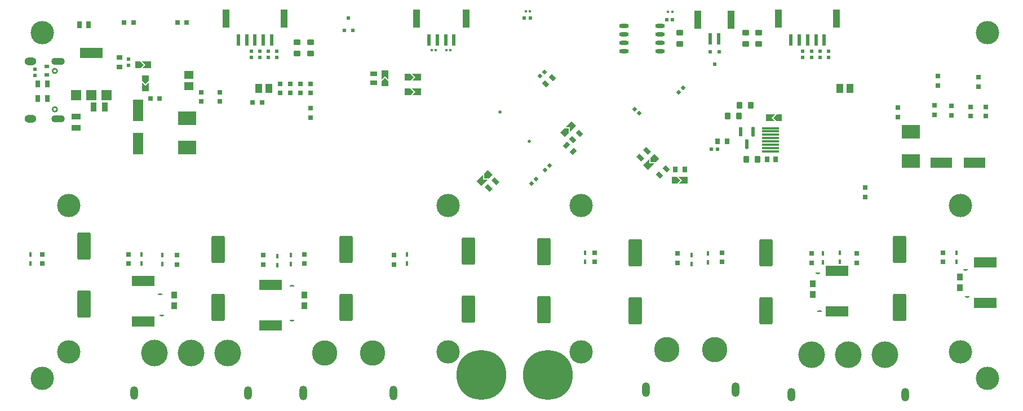
<source format=gbl>
G04*
G04 #@! TF.GenerationSoftware,Altium Limited,Altium Designer,24.0.1 (36)*
G04*
G04 Layer_Physical_Order=2*
G04 Layer_Color=16711680*
%FSLAX44Y44*%
%MOMM*%
G71*
G04*
G04 #@! TF.SameCoordinates,B4139D88-366C-407F-81F0-E15026D8F30D*
G04*
G04*
G04 #@! TF.FilePolarity,Positive*
G04*
G01*
G75*
%ADD11C,0.2540*%
G04:AMPARAMS|DCode=25|XSize=1mm|YSize=0.9mm|CornerRadius=0.1125mm|HoleSize=0mm|Usage=FLASHONLY|Rotation=270.000|XOffset=0mm|YOffset=0mm|HoleType=Round|Shape=RoundedRectangle|*
%AMROUNDEDRECTD25*
21,1,1.0000,0.6750,0,0,270.0*
21,1,0.7750,0.9000,0,0,270.0*
1,1,0.2250,-0.3375,-0.3875*
1,1,0.2250,-0.3375,0.3875*
1,1,0.2250,0.3375,0.3875*
1,1,0.2250,0.3375,-0.3875*
%
%ADD25ROUNDEDRECTD25*%
G04:AMPARAMS|DCode=27|XSize=0.58mm|YSize=0.58mm|CornerRadius=0.1508mm|HoleSize=0mm|Usage=FLASHONLY|Rotation=270.000|XOffset=0mm|YOffset=0mm|HoleType=Round|Shape=RoundedRectangle|*
%AMROUNDEDRECTD27*
21,1,0.5800,0.2784,0,0,270.0*
21,1,0.2784,0.5800,0,0,270.0*
1,1,0.3016,-0.1392,-0.1392*
1,1,0.3016,-0.1392,0.1392*
1,1,0.3016,0.1392,0.1392*
1,1,0.3016,0.1392,-0.1392*
%
%ADD27ROUNDEDRECTD27*%
%ADD28R,0.7000X0.8500*%
%ADD58R,0.6000X1.7000*%
%ADD59R,1.0000X2.8000*%
%ADD65R,0.7620X0.7620*%
G04:AMPARAMS|DCode=67|XSize=0.56mm|YSize=0.51mm|CornerRadius=0mm|HoleSize=0mm|Usage=FLASHONLY|Rotation=45.000|XOffset=0mm|YOffset=0mm|HoleType=Round|Shape=Rectangle|*
%AMROTATEDRECTD67*
4,1,4,-0.0177,-0.3783,-0.3783,-0.0177,0.0177,0.3783,0.3783,0.0177,-0.0177,-0.3783,0.0*
%
%ADD67ROTATEDRECTD67*%

G04:AMPARAMS|DCode=68|XSize=0.89mm|YSize=0.64mm|CornerRadius=0mm|HoleSize=0mm|Usage=FLASHONLY|Rotation=135.000|XOffset=0mm|YOffset=0mm|HoleType=Round|Shape=Rectangle|*
%AMROTATEDRECTD68*
4,1,4,0.5409,-0.0884,0.0884,-0.5409,-0.5409,0.0884,-0.0884,0.5409,0.5409,-0.0884,0.0*
%
%ADD68ROTATEDRECTD68*%

%ADD69R,0.7620X0.7620*%
%ADD70R,1.0000X0.6400*%
G04:AMPARAMS|DCode=71|XSize=1mm|YSize=0.9mm|CornerRadius=0.1125mm|HoleSize=0mm|Usage=FLASHONLY|Rotation=180.000|XOffset=0mm|YOffset=0mm|HoleType=Round|Shape=RoundedRectangle|*
%AMROUNDEDRECTD71*
21,1,1.0000,0.6750,0,0,180.0*
21,1,0.7750,0.9000,0,0,180.0*
1,1,0.2250,-0.3875,0.3375*
1,1,0.2250,0.3875,0.3375*
1,1,0.2250,0.3875,-0.3375*
1,1,0.2250,-0.3875,-0.3375*
%
%ADD71ROUNDEDRECTD71*%
G04:AMPARAMS|DCode=72|XSize=0.56mm|YSize=0.51mm|CornerRadius=0mm|HoleSize=0mm|Usage=FLASHONLY|Rotation=135.000|XOffset=0mm|YOffset=0mm|HoleType=Round|Shape=Rectangle|*
%AMROTATEDRECTD72*
4,1,4,0.3783,-0.0177,0.0177,-0.3783,-0.3783,0.0177,-0.0177,0.3783,0.3783,-0.0177,0.0*
%
%ADD72ROTATEDRECTD72*%

%ADD74R,0.6400X0.8900*%
%ADD75R,0.5100X0.5600*%
%ADD76O,1.4500X0.6000*%
%ADD77R,0.8900X0.6400*%
%ADD130R,0.6000X0.5500*%
%ADD158C,3.8000*%
%ADD159O,1.2000X2.2000*%
%ADD160C,7.5000*%
%ADD161C,0.5000*%
%ADD162O,1.2000X2.0000*%
%ADD163C,4.0000*%
%ADD164O,1.8000X1.2000*%
%ADD165O,2.0000X1.1000*%
%ADD166C,0.7000*%
%ADD167C,3.5000*%
%ADD168R,0.9000X1.4000*%
%ADD169R,1.4500X1.2500*%
G04:AMPARAMS|DCode=170|XSize=2mm|YSize=4.1mm|CornerRadius=0.25mm|HoleSize=0mm|Usage=FLASHONLY|Rotation=180.000|XOffset=0mm|YOffset=0mm|HoleType=Round|Shape=RoundedRectangle|*
%AMROUNDEDRECTD170*
21,1,2.0000,3.6000,0,0,180.0*
21,1,1.5000,4.1000,0,0,180.0*
1,1,0.5000,-0.7500,1.8000*
1,1,0.5000,0.7500,1.8000*
1,1,0.5000,0.7500,-1.8000*
1,1,0.5000,-0.7500,-1.8000*
%
%ADD170ROUNDEDRECTD170*%
%ADD171R,1.1000X1.4000*%
%ADD172R,1.6000X3.2000*%
%ADD173R,0.9500X1.0000*%
%ADD174R,2.7430X2.1590*%
%ADD175R,0.3000X0.6500*%
%ADD176R,0.2540X0.2540*%
G04:AMPARAMS|DCode=177|XSize=1.4741mm|YSize=0.5849mm|CornerRadius=0.2925mm|HoleSize=0mm|Usage=FLASHONLY|Rotation=270.000|XOffset=0mm|YOffset=0mm|HoleType=Round|Shape=RoundedRectangle|*
%AMROUNDEDRECTD177*
21,1,1.4741,0.0000,0,0,270.0*
21,1,0.8892,0.5849,0,0,270.0*
1,1,0.5849,0.0000,-0.4446*
1,1,0.5849,0.0000,0.4446*
1,1,0.5849,0.0000,0.4446*
1,1,0.5849,0.0000,-0.4446*
%
%ADD177ROUNDEDRECTD177*%
%ADD178R,0.5849X1.4741*%
%ADD179R,3.5000X1.5000*%
G04:AMPARAMS|DCode=180|XSize=1mm|YSize=0.64mm|CornerRadius=0mm|HoleSize=0mm|Usage=FLASHONLY|Rotation=135.000|XOffset=0mm|YOffset=0mm|HoleType=Round|Shape=Rectangle|*
%AMROTATEDRECTD180*
4,1,4,0.5798,-0.1273,0.1273,-0.5798,-0.5798,0.1273,-0.1273,0.5798,0.5798,-0.1273,0.0*
%
%ADD180ROTATEDRECTD180*%

%ADD181C,0.2540*%
%ADD182R,3.5000X1.6500*%
%ADD183R,1.5000X1.6500*%
%ADD184R,0.8000X0.5500*%
%ADD185R,2.6000X0.3000*%
%ADD186R,0.4250X0.3300*%
%ADD187R,0.6400X1.0000*%
%ADD188R,3.2000X1.6000*%
G04:AMPARAMS|DCode=189|XSize=0.89mm|YSize=0.64mm|CornerRadius=0mm|HoleSize=0mm|Usage=FLASHONLY|Rotation=45.000|XOffset=0mm|YOffset=0mm|HoleType=Round|Shape=Rectangle|*
%AMROTATEDRECTD189*
4,1,4,-0.0884,-0.5409,-0.5409,-0.0884,0.0884,0.5409,0.5409,0.0884,-0.0884,-0.5409,0.0*
%
%ADD189ROTATEDRECTD189*%

%ADD190R,0.5600X0.5100*%
%ADD191R,1.4000X0.9000*%
G36*
X203770Y506810D02*
X190270D01*
X195270Y511810D01*
X190270Y516810D01*
X203770D01*
X203770Y506810D01*
D02*
G37*
G36*
X192770Y511810D02*
X187770Y506810D01*
X179770D01*
X179770Y516810D01*
X187770D01*
X192770Y511810D01*
D02*
G37*
G36*
X559990Y489990D02*
X554990Y494990D01*
X549990Y489990D01*
Y503490D01*
X559990D01*
Y489990D01*
D02*
G37*
G36*
X609170Y487760D02*
X595670D01*
X600670Y492760D01*
X595670Y497760D01*
X609170D01*
Y487760D01*
D02*
G37*
G36*
X598170Y492760D02*
X593170Y487760D01*
X585170D01*
Y497760D01*
X593170D01*
X598170Y492760D01*
D02*
G37*
G36*
X200580Y487870D02*
X195580Y482870D01*
X190580Y487870D01*
Y495870D01*
X200580D01*
Y487870D01*
D02*
G37*
G36*
X200580Y471870D02*
X190580D01*
Y485370D01*
X195580Y480370D01*
X200580Y485370D01*
X200580Y471870D01*
D02*
G37*
G36*
X559990Y487490D02*
Y479490D01*
X549990D01*
Y487490D01*
X554990Y492490D01*
X559990Y487490D01*
D02*
G37*
G36*
X609170Y466170D02*
X595670D01*
X600670Y471170D01*
X595670Y476170D01*
X609170D01*
Y466170D01*
D02*
G37*
G36*
X598170Y471170D02*
X593170Y466170D01*
X585170D01*
Y476170D01*
X593170D01*
X598170Y471170D01*
D02*
G37*
G36*
X416814Y177800D02*
X413766D01*
Y180340D01*
X416814D01*
Y177800D01*
D02*
G37*
G36*
X218694Y165100D02*
X215646D01*
X215646Y167640D01*
X218694D01*
X218694Y165100D01*
D02*
G37*
G36*
X221234Y133350D02*
X218186Y133350D01*
Y135890D01*
X221234D01*
X221234Y133350D01*
D02*
G37*
G36*
X416814Y125730D02*
X413766D01*
Y128270D01*
X416814D01*
Y125730D01*
D02*
G37*
G36*
X1151190Y426800D02*
X1143190D01*
X1138190Y431800D01*
X1143190Y436800D01*
X1151190D01*
Y426800D01*
D02*
G37*
G36*
X1135690Y431800D02*
X1140690Y426800D01*
X1127190Y426800D01*
Y436800D01*
X1140690Y436800D01*
X1135690Y431800D01*
D02*
G37*
G36*
X842601Y420240D02*
X833055Y410694D01*
Y417765D01*
X825984D01*
X835530Y427311D01*
X842601Y420240D01*
D02*
G37*
G36*
X831287Y408926D02*
X825630Y403269D01*
X818559Y410340D01*
X824216Y415997D01*
X831287D01*
Y408926D01*
D02*
G37*
G36*
X967061Y370710D02*
X961404Y365053D01*
X954333D01*
Y372124D01*
X959990Y377781D01*
X967061Y370710D01*
D02*
G37*
G36*
X952565Y363285D02*
X959636D01*
X950090Y353739D01*
X943019Y360810D01*
X952565Y370356D01*
Y363285D01*
D02*
G37*
G36*
X716871Y346580D02*
X711214Y340923D01*
X704143D01*
Y347994D01*
X709800Y353651D01*
X716871Y346580D01*
D02*
G37*
G36*
X1010140Y332820D02*
X996640D01*
X1001640Y337820D01*
X996640Y342820D01*
X1010140D01*
Y332820D01*
D02*
G37*
G36*
X999140Y337820D02*
X994140Y332820D01*
X986140D01*
Y342820D01*
X994140D01*
X999140Y337820D01*
D02*
G37*
G36*
X702375Y339155D02*
X709446D01*
X699900Y329609D01*
X692829Y336680D01*
X702375Y346226D01*
Y339155D01*
D02*
G37*
G36*
X1429004Y201930D02*
X1425956D01*
Y204470D01*
X1429004D01*
Y201930D01*
D02*
G37*
G36*
X1206754Y196850D02*
X1203706D01*
Y199390D01*
X1206754D01*
Y196850D01*
D02*
G37*
G36*
X1431544Y161290D02*
X1428496D01*
Y163830D01*
X1431544D01*
Y161290D01*
D02*
G37*
G36*
X1209294Y139700D02*
X1206246D01*
Y142240D01*
X1209294D01*
Y139700D01*
D02*
G37*
D11*
X62799Y444648D02*
G03*
X62799Y444648I-3500J0D01*
G01*
X62799Y502449D02*
G03*
X62799Y502449I-3500J0D01*
G01*
D25*
X1086730Y434340D02*
D03*
X1069730D02*
D03*
X1087510Y450850D02*
D03*
X1104510Y450850D02*
D03*
X1098060Y369570D02*
D03*
X1115060Y369570D02*
D03*
D27*
X1182370Y522450D02*
D03*
X1182370Y531650D02*
D03*
X1196340Y522450D02*
D03*
X1196340Y531650D02*
D03*
X1209040Y522450D02*
D03*
X1209040Y531650D02*
D03*
X1221740Y522450D02*
D03*
X1221740Y531650D02*
D03*
X379730Y522450D02*
D03*
X379730Y531650D02*
D03*
X392430Y522450D02*
D03*
Y531650D02*
D03*
X354330Y522450D02*
D03*
Y531650D02*
D03*
X367030Y522450D02*
D03*
Y531650D02*
D03*
D28*
X1141880Y369570D02*
D03*
X1128880D02*
D03*
D58*
X1043750Y550499D02*
D03*
X1056250D02*
D03*
X385001Y549249D02*
D03*
X334999D02*
D03*
X347498D02*
D03*
X359997D02*
D03*
X372499D02*
D03*
X658750D02*
D03*
X646248D02*
D03*
X633749D02*
D03*
X621250D02*
D03*
X1202499D02*
D03*
X1189997D02*
D03*
X1177498D02*
D03*
X1164999D02*
D03*
X1215001D02*
D03*
D59*
X1025251Y579498D02*
D03*
X1074751D02*
D03*
X316500Y580751D02*
D03*
X403500D02*
D03*
X602751D02*
D03*
X677249D02*
D03*
X1233500D02*
D03*
X1146500D02*
D03*
D65*
X568960Y225425D02*
D03*
Y211455D02*
D03*
X279400Y470535D02*
D03*
Y456565D02*
D03*
X307340Y470535D02*
D03*
Y456565D02*
D03*
X1446530Y492760D02*
D03*
Y478790D02*
D03*
X1385570Y494665D02*
D03*
Y480695D02*
D03*
X1276350Y313055D02*
D03*
Y327025D02*
D03*
X1380620Y450470D02*
D03*
X1380620Y436500D02*
D03*
X1406020Y449835D02*
D03*
Y435865D02*
D03*
X1435230Y448565D02*
D03*
Y434595D02*
D03*
X1458090Y448565D02*
D03*
Y434595D02*
D03*
X372110Y211455D02*
D03*
Y225425D02*
D03*
X40640Y212725D02*
D03*
Y226695D02*
D03*
X170180Y212725D02*
D03*
Y226695D02*
D03*
X994410Y213995D02*
D03*
Y227965D02*
D03*
X869950Y215265D02*
D03*
Y229235D02*
D03*
X242570Y211455D02*
D03*
Y225425D02*
D03*
X1196340Y213995D02*
D03*
Y227965D02*
D03*
X1061720Y215265D02*
D03*
Y229235D02*
D03*
X434340Y212725D02*
D03*
Y226695D02*
D03*
X1263650Y213995D02*
D03*
Y227965D02*
D03*
X1393190Y215265D02*
D03*
Y229235D02*
D03*
X1325880Y447040D02*
D03*
Y433070D02*
D03*
X443230Y483235D02*
D03*
Y469265D02*
D03*
X397510D02*
D03*
Y483235D02*
D03*
X412750Y469265D02*
D03*
Y483235D02*
D03*
X427990Y469265D02*
D03*
Y483235D02*
D03*
X443230Y446405D02*
D03*
Y432435D02*
D03*
D67*
X930268Y445142D02*
D03*
X936632Y438778D02*
D03*
D68*
X977770Y355470D02*
D03*
X967870Y345570D02*
D03*
X806320Y492630D02*
D03*
X796420Y482730D02*
D03*
X846960Y408810D02*
D03*
X837060Y398910D02*
D03*
D69*
X216535Y461010D02*
D03*
X202565D02*
D03*
X356235Y454660D02*
D03*
X370205D02*
D03*
X177165Y575310D02*
D03*
X163195D02*
D03*
X257175D02*
D03*
X243205D02*
D03*
D70*
X538480Y498490D02*
D03*
Y484490D02*
D03*
D71*
X998220Y559680D02*
D03*
Y542680D02*
D03*
X1097280D02*
D03*
Y559680D02*
D03*
X1116330Y559680D02*
D03*
Y542680D02*
D03*
X443230Y545710D02*
D03*
Y528710D02*
D03*
X422910Y545710D02*
D03*
Y528710D02*
D03*
D72*
X1002672Y476892D02*
D03*
X996308Y470528D02*
D03*
X781692Y339732D02*
D03*
X775328Y333368D02*
D03*
X795648Y353688D02*
D03*
X802012Y360052D02*
D03*
X788028Y494658D02*
D03*
X794392Y501022D02*
D03*
D74*
X1068720Y396240D02*
D03*
X1054720D02*
D03*
X1005220Y354330D02*
D03*
X991220D02*
D03*
D75*
X987108Y579492D02*
D03*
X978108D02*
D03*
X1045790Y384810D02*
D03*
X1054790D02*
D03*
X764402Y582340D02*
D03*
X773402D02*
D03*
D76*
X913820Y532130D02*
D03*
X968320D02*
D03*
X913820Y570230D02*
D03*
X913820Y544830D02*
D03*
X913820Y557530D02*
D03*
X968320Y544830D02*
D03*
Y557530D02*
D03*
Y570230D02*
D03*
D77*
X156210Y508620D02*
D03*
X156210Y522620D02*
D03*
D130*
X1043940Y530860D02*
D03*
X1056940D02*
D03*
X1050440Y512360D02*
D03*
X500380Y582020D02*
D03*
X493880Y563520D02*
D03*
X506880D02*
D03*
D158*
X464190Y77780D02*
D03*
X536189Y77780D02*
D03*
X1050539Y82860D02*
D03*
X978540D02*
D03*
D159*
X432689Y17780D02*
D03*
X567690D02*
D03*
X1082040Y22860D02*
D03*
X947039D02*
D03*
D160*
X700000Y45000D02*
D03*
X800000Y45000D02*
D03*
D161*
X728080Y440170D02*
D03*
X771920Y396330D02*
D03*
D162*
X178253Y17780D02*
D03*
X349251D02*
D03*
X1336449Y15720D02*
D03*
X1165451D02*
D03*
D163*
X208754Y77780D02*
D03*
X263752D02*
D03*
X318753Y77780D02*
D03*
X1195951Y75720D02*
D03*
X1250950D02*
D03*
X1305951D02*
D03*
D164*
X22499Y430300D02*
D03*
Y516800D02*
D03*
D165*
X64501Y430300D02*
D03*
X64501Y516800D02*
D03*
D166*
X680201Y64799D02*
D03*
X700000Y73000D02*
D03*
X672000Y45000D02*
D03*
X719799Y64799D02*
D03*
X728000Y45000D02*
D03*
X680201Y25201D02*
D03*
X700000Y17000D02*
D03*
X719799Y25201D02*
D03*
X819799D02*
D03*
X800000Y17000D02*
D03*
X780201Y25201D02*
D03*
X828000Y45000D02*
D03*
X819799Y64799D02*
D03*
X772000Y45000D02*
D03*
X800000Y73000D02*
D03*
X780201Y64799D02*
D03*
D167*
X850000Y300000D02*
D03*
X40000Y560000D02*
D03*
X1460000D02*
D03*
X1420000Y80000D02*
D03*
Y300000D02*
D03*
X850000Y80000D02*
D03*
X650000D02*
D03*
Y300000D02*
D03*
X80000Y80000D02*
D03*
Y300000D02*
D03*
X1460000Y40000D02*
D03*
X40000D02*
D03*
D168*
X134230Y448310D02*
D03*
X117230D02*
D03*
D169*
X260350Y496180D02*
D03*
Y479180D02*
D03*
D170*
X930910Y141920D02*
D03*
Y228920D02*
D03*
X1127760Y141920D02*
D03*
Y228920D02*
D03*
X680720Y231460D02*
D03*
Y144460D02*
D03*
X793750Y230190D02*
D03*
Y143190D02*
D03*
X1328420Y234000D02*
D03*
X1328420Y147000D02*
D03*
X102870Y239080D02*
D03*
Y152080D02*
D03*
X496570Y234000D02*
D03*
Y147000D02*
D03*
X304800Y234000D02*
D03*
Y147000D02*
D03*
D171*
X365880Y476250D02*
D03*
X380880D02*
D03*
X1253250D02*
D03*
X1238250D02*
D03*
D172*
X184150Y442830D02*
D03*
Y392830D02*
D03*
D173*
X434340Y165480D02*
D03*
Y149480D02*
D03*
X238760D02*
D03*
Y165480D02*
D03*
X1197610Y181990D02*
D03*
Y165990D02*
D03*
X1418590Y192150D02*
D03*
Y176150D02*
D03*
D174*
X257810Y431040D02*
D03*
Y386840D02*
D03*
X1344930Y366520D02*
D03*
Y410720D02*
D03*
D175*
X588010Y226460D02*
D03*
Y212960D02*
D03*
X393700Y210420D02*
D03*
Y223920D02*
D03*
X22860Y212960D02*
D03*
Y226460D02*
D03*
X189230Y212960D02*
D03*
Y226460D02*
D03*
X1016000Y225190D02*
D03*
Y211690D02*
D03*
X855980Y229000D02*
D03*
Y215500D02*
D03*
X220980Y211690D02*
D03*
Y225190D02*
D03*
X1212850Y227730D02*
D03*
Y214230D02*
D03*
X1040130Y227730D02*
D03*
Y214230D02*
D03*
X414020Y211690D02*
D03*
Y225190D02*
D03*
X1238250Y229000D02*
D03*
Y215500D02*
D03*
X1413510Y229000D02*
D03*
Y215500D02*
D03*
D176*
X417830Y127000D02*
D03*
X412750D02*
D03*
X417830Y179070D02*
D03*
X412750D02*
D03*
X214630Y166370D02*
D03*
X219710D02*
D03*
X217170Y134620D02*
D03*
X222250D02*
D03*
X1205230Y140970D02*
D03*
X1210310D02*
D03*
X1202690Y198120D02*
D03*
X1207770D02*
D03*
X1424940Y203200D02*
D03*
X1430020D02*
D03*
X1427480Y162560D02*
D03*
X1432560D02*
D03*
D177*
X1108050Y410672D02*
D03*
X1098550Y391968D02*
D03*
D178*
X1089050Y410672D02*
D03*
D179*
X383540Y180380D02*
D03*
Y119380D02*
D03*
X191770Y125690D02*
D03*
Y186690D02*
D03*
X1234440Y201950D02*
D03*
Y140950D02*
D03*
X1456690Y214650D02*
D03*
Y153650D02*
D03*
D180*
X948560Y382140D02*
D03*
X938660Y372240D02*
D03*
X711330Y326520D02*
D03*
X721230Y336420D02*
D03*
D181*
X950797Y361517D02*
D03*
X958576Y369296D02*
D03*
X1144190Y431800D02*
D03*
X1133190D02*
D03*
X993140Y337820D02*
D03*
X1004140D02*
D03*
X592170Y492760D02*
D03*
X603170D02*
D03*
X592170Y471170D02*
D03*
X603170D02*
D03*
X554990Y486490D02*
D03*
Y497490D02*
D03*
X708385Y345165D02*
D03*
X700607Y337387D02*
D03*
X195580Y488870D02*
D03*
X195580Y477870D02*
D03*
X186770Y511810D02*
D03*
X197770D02*
D03*
X827045Y411754D02*
D03*
X834823Y419533D02*
D03*
D182*
X114300Y529590D02*
D03*
D183*
X91300Y466090D02*
D03*
X114300D02*
D03*
X137300Y466090D02*
D03*
D184*
X46990Y509170D02*
D03*
Y496670D02*
D03*
D185*
X1134110Y416400D02*
D03*
Y411400D02*
D03*
Y406400D02*
D03*
Y401400D02*
D03*
Y396400D02*
D03*
Y391400D02*
D03*
Y386400D02*
D03*
Y381400D02*
D03*
D186*
X980381Y591166D02*
D03*
X986631D02*
D03*
X647115Y533400D02*
D03*
X653365D02*
D03*
X631775D02*
D03*
X625525D02*
D03*
X772745Y591820D02*
D03*
X766495D02*
D03*
D187*
X109870Y571500D02*
D03*
X95870D02*
D03*
X47640Y482600D02*
D03*
X33640D02*
D03*
X47640Y461010D02*
D03*
X33640D02*
D03*
D188*
X1441050Y364490D02*
D03*
X1391050D02*
D03*
D189*
X828170Y391030D02*
D03*
X838070Y381130D02*
D03*
D190*
X170180Y520120D02*
D03*
Y511120D02*
D03*
X29210Y504880D02*
D03*
Y495880D02*
D03*
D191*
X91440Y433950D02*
D03*
Y416950D02*
D03*
M02*

</source>
